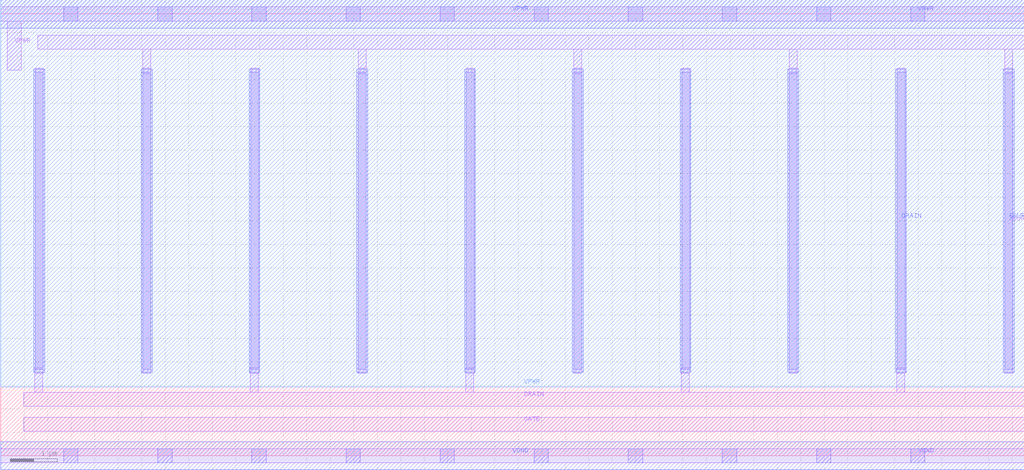
<source format=lef>
VERSION 5.7 ;
  NOWIREEXTENSIONATPIN ON ;
  DIVIDERCHAR "/" ;
  BUSBITCHARS "[]" ;
MACRO sky130_asc_pfet_01v8_lvt_9
  CLASS CORE ;
  FOREIGN sky130_asc_pfet_01v8_lvt_9 ;
  ORIGIN 0.000 0.000 ;
  SIZE 21.750 BY 9.400 ;
  SITE unitasc ;
  PIN GATE
    DIRECTION INOUT ;
    USE SIGNAL ;
    ANTENNAGATEAREA 116.099998 ;
    PORT
      LAYER li1 ;
        RECT 0.490 0.520 21.750 0.820 ;
    END
  END GATE
  PIN SOURCE
    DIRECTION INOUT ;
    USE SIGNAL ;
    ANTENNADIFFAREA 9.352500 ;
    PORT
      LAYER li1 ;
        RECT 0.790 8.650 21.750 8.950 ;
        RECT 3.015 8.245 3.185 8.650 ;
        RECT 7.595 8.245 7.765 8.650 ;
        RECT 12.175 8.245 12.345 8.650 ;
        RECT 16.755 8.245 16.925 8.650 ;
        RECT 21.335 8.245 21.505 8.650 ;
        RECT 3.015 8.130 3.190 8.245 ;
        RECT 7.595 8.130 7.770 8.245 ;
        RECT 12.175 8.130 12.350 8.245 ;
        RECT 16.755 8.130 16.930 8.245 ;
        RECT 21.335 8.130 21.510 8.245 ;
        RECT 3.020 1.755 3.190 8.130 ;
        RECT 7.600 1.755 7.770 8.130 ;
        RECT 12.180 1.755 12.350 8.130 ;
        RECT 16.760 1.755 16.930 8.130 ;
        RECT 21.340 1.755 21.510 8.130 ;
      LAYER mcon ;
        RECT 3.020 1.835 3.190 8.165 ;
        RECT 7.600 1.835 7.770 8.165 ;
        RECT 12.180 1.835 12.350 8.165 ;
        RECT 16.760 1.835 16.930 8.165 ;
        RECT 21.340 1.835 21.510 8.165 ;
      LAYER met1 ;
        RECT 2.990 1.775 3.220 8.225 ;
        RECT 7.570 1.775 7.800 8.225 ;
        RECT 12.150 1.775 12.380 8.225 ;
        RECT 16.730 1.775 16.960 8.225 ;
        RECT 21.310 1.775 21.540 8.225 ;
    END
  END SOURCE
  PIN DRAIN
    DIRECTION INOUT ;
    USE SIGNAL ;
    ANTENNADIFFAREA 9.352500 ;
    PORT
      LAYER li1 ;
        RECT 0.730 1.870 0.900 8.245 ;
        RECT 5.310 1.870 5.480 8.245 ;
        RECT 9.890 1.870 10.060 8.245 ;
        RECT 14.470 1.870 14.640 8.245 ;
        RECT 19.050 1.870 19.220 8.245 ;
        RECT 0.725 1.755 0.900 1.870 ;
        RECT 5.305 1.755 5.480 1.870 ;
        RECT 9.885 1.755 10.060 1.870 ;
        RECT 14.465 1.755 14.640 1.870 ;
        RECT 19.045 1.755 19.220 1.870 ;
        RECT 0.725 1.350 0.895 1.755 ;
        RECT 5.305 1.350 5.475 1.755 ;
        RECT 9.885 1.350 10.055 1.755 ;
        RECT 14.465 1.350 14.635 1.755 ;
        RECT 19.045 1.350 19.215 1.755 ;
        RECT 0.490 1.050 21.750 1.350 ;
      LAYER mcon ;
        RECT 0.730 1.835 0.900 8.165 ;
        RECT 5.310 1.835 5.480 8.165 ;
        RECT 9.890 1.835 10.060 8.165 ;
        RECT 14.470 1.835 14.640 8.165 ;
        RECT 19.050 1.835 19.220 8.165 ;
      LAYER met1 ;
        RECT 0.700 1.775 0.930 8.225 ;
        RECT 5.280 1.775 5.510 8.225 ;
        RECT 9.860 1.775 10.090 8.225 ;
        RECT 14.440 1.775 14.670 8.225 ;
        RECT 19.020 1.775 19.250 8.225 ;
    END
  END DRAIN
  PIN VPWR
    DIRECTION INOUT ;
    USE POWER ;
    PORT
      LAYER nwell ;
        RECT 0.000 1.470 21.750 9.700 ;
        RECT 0.490 1.465 21.750 1.470 ;
      LAYER li1 ;
        RECT 0.000 9.250 21.750 9.550 ;
        RECT 0.140 8.200 0.440 9.250 ;
      LAYER mcon ;
        RECT 1.340 9.250 1.640 9.550 ;
        RECT 3.340 9.250 3.640 9.550 ;
        RECT 5.340 9.250 5.640 9.550 ;
        RECT 7.340 9.250 7.640 9.550 ;
        RECT 9.340 9.250 9.640 9.550 ;
        RECT 11.340 9.250 11.640 9.550 ;
        RECT 13.340 9.250 13.640 9.550 ;
        RECT 15.340 9.250 15.640 9.550 ;
        RECT 17.340 9.250 17.640 9.550 ;
        RECT 19.340 9.250 19.640 9.550 ;
      LAYER met1 ;
        RECT 0.000 9.100 21.750 9.700 ;
    END
  END VPWR
  PIN VGND
    DIRECTION INOUT ;
    USE GROUND ;
    PORT
      LAYER li1 ;
        RECT 0.000 -0.150 21.750 0.150 ;
      LAYER mcon ;
        RECT 1.340 -0.150 1.640 0.150 ;
        RECT 3.340 -0.150 3.640 0.150 ;
        RECT 5.340 -0.150 5.640 0.150 ;
        RECT 7.340 -0.150 7.640 0.150 ;
        RECT 9.340 -0.150 9.640 0.150 ;
        RECT 11.340 -0.150 11.640 0.150 ;
        RECT 13.340 -0.150 13.640 0.150 ;
        RECT 15.340 -0.150 15.640 0.150 ;
        RECT 17.340 -0.150 17.640 0.150 ;
        RECT 19.340 -0.150 19.640 0.150 ;
      LAYER met1 ;
        RECT 0.000 -0.300 21.750 0.300 ;
    END
  END VGND
END sky130_asc_pfet_01v8_lvt_9
END LIBRARY


</source>
